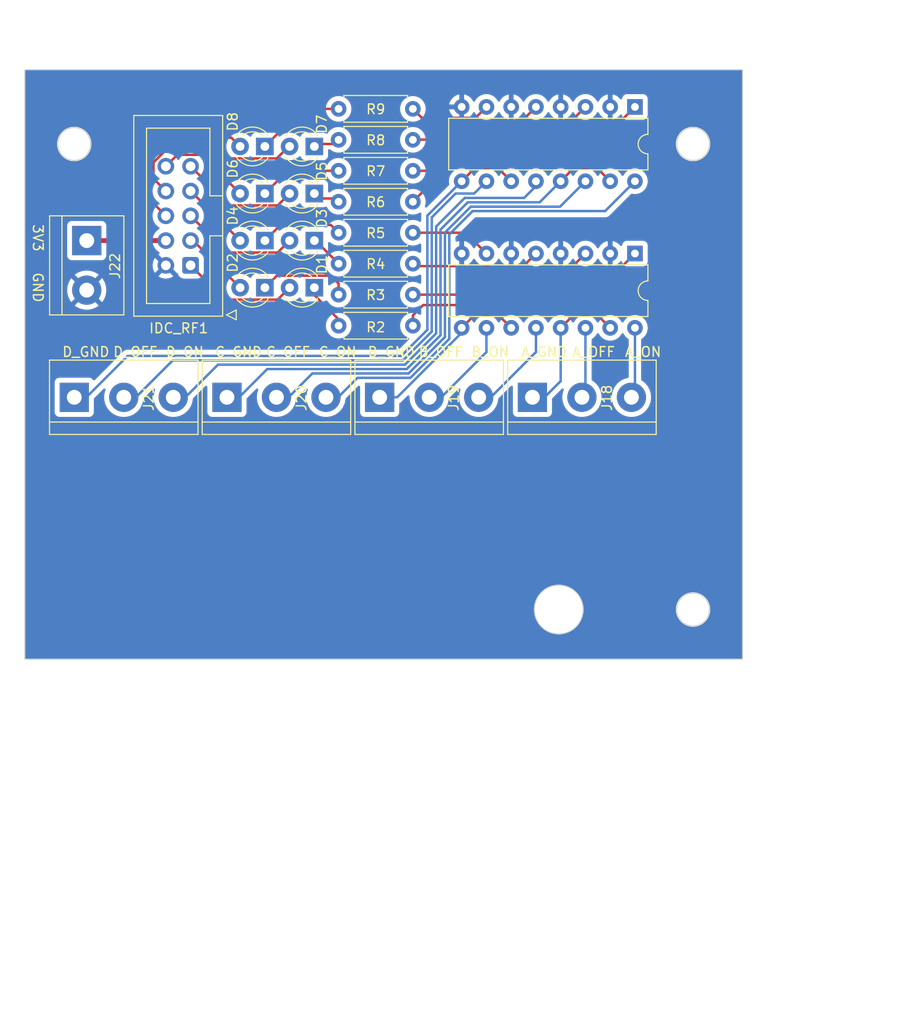
<source format=kicad_pcb>
(kicad_pcb (version 20221018) (generator pcbnew)
  (title_block (title "Control Panel Faceplate IO Breakout Board") (rev "0"))
  (layers (0 "F.Cu" signal) (31 "B.Cu" signal) (34 "B.Paste" user) (35 "F.Paste" user) (36 "B.SilkS" user "B.Silkscreen") (37 "F.SilkS" user "F.Silkscreen") (38 "B.Mask" user) (39 "F.Mask" user) (44 "Edge.Cuts" user))
  (net 0 "")
  (net 1 "Net-(D1-K)")
  (net 2 "/3V3")
  (net 3 "/GND")
  (net 4 "Net-(D2-K)")
  (net 5 "Net-(D3-K)")
  (net 6 "Net-(D4-K)")
  (net 7 "Net-(D5-K)")
  (net 8 "Net-(D6-K)")
  (net 9 "Net-(D7-K)")
  (net 10 "Net-(J21-Pin_3)")
  (net 11 "Net-(D8-K)")
  (net 12 "/A_ON")
  (net 13 "/A_OFF")
  (net 14 "Net-(J21-Pin_2)")
  (net 15 "Net-(J21-Pin_1)")
  (net 16 "Net-(J18-Pin_1)")
  (net 17 "Net-(J18-Pin_2)")
  (net 18 "Net-(J18-Pin_3)")
  (net 19 "Net-(J19-Pin_1)")
  (net 20 "Net-(J19-Pin_2)")
  (net 21 "Net-(J19-Pin_3)")
  (net 22 "Net-(J20-Pin_1)")
  (net 23 "Net-(J20-Pin_2)")
  (net 24 "Net-(J20-Pin_3)")
  (net 25 "Net-(R2-Pad1)")
  (net 26 "Net-(R3-Pad1)")
  (net 27 "Net-(R4-Pad1)")
  (net 28 "Net-(R7-Pad1)")
  (net 29 "Net-(R8-Pad1)")
  (net 30 "Net-(R5-Pad1)")
  (net 31 "Net-(R6-Pad1)")
  (net 32 "Net-(R9-Pad1)")
  (net 33 "/B_ON")
  (net 34 "/B_OFF")
  (net 35 "/C_ON")
  (net 36 "/C_OFF")
  (net 37 "/D_ON")
  (net 38 "/D_OFF")
  (footprint "LED_THT:LED_D3.0mm" (layer "F.Cu") (at 16.002 7.62 180)
    (fp_text reference "D8" (at 3.302 2.54 90) (layer "F.SilkS"))
    (fp_text value "LED-OFF")
    (fp_line (start -0.29 -1.236) (end -0.29 -1.08) (stroke (width 0.12)) (layer "F.SilkS"))
    (fp_line (start -0.29 1.08) (end -0.29 1.236) (stroke (width 0.12)) (layer "F.SilkS"))
    (fp_arc (start -0.29 -1.235516) (mid 1.366487 -1.987659) (end 2.942335 -1.078608) (stroke (width 0.12)) (layer "F.SilkS"))
    (fp_arc (start 0.229039 -1.08) (mid 1.270117 -1.5) (end 2.31113 -1.079837) (stroke (width 0.12)) (layer "F.SilkS"))
    (fp_arc (start 2.31113 1.079837) (mid 1.270117 1.5) (end 0.229039 1.08) (stroke (width 0.12)) (layer "F.SilkS"))
    (fp_arc (start 2.942335 1.078608) (mid 1.366487 1.987659) (end -0.29 1.235516) (stroke (width 0.12)) (layer "F.SilkS"))
    (pad "1" thru_hole rect (at 0 0 180) (size 1.8 1.8) (drill 0.9) (layers "*.Cu" "*.Mask") (net 11 "Net-(D8-K)"))
    (pad "2" thru_hole circle (at 2.54 0 180) (size 1.8 1.8) (drill 0.9) (layers "*.Cu" "*.Mask") (net 38 "/D_OFF"))
  )
  (footprint "Resistor_THT:R_Axial_DIN0207_L6.3mm_D2.5mm_P7.62mm_Horizontal" (layer "F.Cu") (at 31.1912 3.764 180)
    (fp_text reference "R9" (at 3.81 -0.046) (layer "F.SilkS"))
    (fp_text value "330R")
    (fp_line (start 0.54 -1.37) (end 7.08 -1.37) (stroke (width 0.12)) (layer "F.SilkS"))
    (fp_line (start 0.54 -1.04) (end 0.54 -1.37) (stroke (width 0.12)) (layer "F.SilkS"))
    (fp_line (start 0.54 1.04) (end 0.54 1.37) (stroke (width 0.12)) (layer "F.SilkS"))
    (fp_line (start 0.54 1.37) (end 7.08 1.37) (stroke (width 0.12)) (layer "F.SilkS"))
    (fp_line (start 7.08 -1.37) (end 7.08 -1.04) (stroke (width 0.12)) (layer "F.SilkS"))
    (fp_line (start 7.08 1.37) (end 7.08 1.04) (stroke (width 0.12)) (layer "F.SilkS"))
    (pad "1" thru_hole circle (at 0 0 180) (size 1.6 1.6) (drill 0.8) (layers "*.Cu" "*.Mask") (net 32 "Net-(R9-Pad1)"))
    (pad "2" thru_hole oval (at 7.62 0 180) (size 1.6 1.6) (drill 0.8) (layers "*.Cu" "*.Mask") (net 11 "Net-(D8-K)"))
  )
  (footprint "LED_THT:LED_D3.0mm" (layer "F.Cu") (at 21.082 12.446 180)
    (fp_text reference "D5" (at -0.762 2.286 90) (layer "F.SilkS"))
    (fp_text value "LED-ON")
    (fp_line (start -0.29 -1.236) (end -0.29 -1.08) (stroke (width 0.12)) (layer "F.SilkS"))
    (fp_line (start -0.29 1.08) (end -0.29 1.236) (stroke (width 0.12)) (layer "F.SilkS"))
    (fp_arc (start -0.29 -1.235516) (mid 1.366487 -1.987659) (end 2.942335 -1.078608) (stroke (width 0.12)) (layer "F.SilkS"))
    (fp_arc (start 0.229039 -1.08) (mid 1.270117 -1.5) (end 2.31113 -1.079837) (stroke (width 0.12)) (layer "F.SilkS"))
    (fp_arc (start 2.31113 1.079837) (mid 1.270117 1.5) (end 0.229039 1.08) (stroke (width 0.12)) (layer "F.SilkS"))
    (fp_arc (start 2.942335 1.078608) (mid 1.366487 1.987659) (end -0.29 1.235516) (stroke (width 0.12)) (layer "F.SilkS"))
    (pad "1" thru_hole rect (at 0 0 180) (size 1.8 1.8) (drill 0.9) (layers "*.Cu" "*.Mask") (net 7 "Net-(D5-K)"))
    (pad "2" thru_hole circle (at 2.54 0 180) (size 1.8 1.8) (drill 0.9) (layers "*.Cu" "*.Mask") (net 35 "/C_ON"))
  )
  (footprint "LED_THT:LED_D3.0mm" (layer "F.Cu") (at 16.007 17.272 180)
    (fp_text reference "D4" (at 3.302 2.54 90) (layer "F.SilkS"))
    (fp_text value "LED-OFF")
    (fp_line (start -0.29 -1.236) (end -0.29 -1.08) (stroke (width 0.12)) (layer "F.SilkS"))
    (fp_line (start -0.29 1.08) (end -0.29 1.236) (stroke (width 0.12)) (layer "F.SilkS"))
    (fp_arc (start -0.29 -1.235516) (mid 1.366487 -1.987659) (end 2.942335 -1.078608) (stroke (width 0.12)) (layer "F.SilkS"))
    (fp_arc (start 0.229039 -1.08) (mid 1.270117 -1.5) (end 2.31113 -1.079837) (stroke (width 0.12)) (layer "F.SilkS"))
    (fp_arc (start 2.31113 1.079837) (mid 1.270117 1.5) (end 0.229039 1.08) (stroke (width 0.12)) (layer "F.SilkS"))
    (fp_arc (start 2.942335 1.078608) (mid 1.366487 1.987659) (end -0.29 1.235516) (stroke (width 0.12)) (layer "F.SilkS"))
    (pad "1" thru_hole rect (at 0 0 180) (size 1.8 1.8) (drill 0.9) (layers "*.Cu" "*.Mask") (net 6 "Net-(D4-K)"))
    (pad "2" thru_hole circle (at 2.54 0 180) (size 1.8 1.8) (drill 0.9) (layers "*.Cu" "*.Mask") (net 34 "/B_OFF"))
  )
  (footprint "Connector_IDC:IDC-Header_2x05_P2.54mm_Vertical" (layer "F.Cu") (at 8.382 19.812 180)
    (fp_text reference "IDC_RF1" (at 1.2184 -6.450525) (layer "F.SilkS"))
    (fp_text value "IDC_SW")
    (fp_line (start -4.68 -5.58) (end -4.68 -4.58) (stroke (width 0.12)) (layer "F.SilkS"))
    (fp_line (start -4.68 -4.58) (end -3.68 -5.08) (stroke (width 0.12)) (layer "F.SilkS"))
    (fp_line (start -3.68 -5.08) (end -4.68 -5.58) (stroke (width 0.12)) (layer "F.SilkS"))
    (fp_line (start -3.29 -5.21) (end 5.83 -5.21) (stroke (width 0.12)) (layer "F.SilkS"))
    (fp_line (start -3.29 3.03) (end -1.98 3.03) (stroke (width 0.12)) (layer "F.SilkS"))
    (fp_line (start -3.29 15.37) (end -3.29 -5.21) (stroke (width 0.12)) (layer "F.SilkS"))
    (fp_line (start -1.98 -3.91) (end 4.52 -3.91) (stroke (width 0.12)) (layer "F.SilkS"))
    (fp_line (start -1.98 3.03) (end -1.98 -3.91) (stroke (width 0.12)) (layer "F.SilkS"))
    (fp_line (start -1.98 7.13) (end -3.29 7.13) (stroke (width 0.12)) (layer "F.SilkS"))
    (fp_line (start -1.98 7.13) (end -1.98 7.13) (stroke (width 0.12)) (layer "F.SilkS"))
    (fp_line (start -1.98 14.07) (end -1.98 7.13) (stroke (width 0.12)) (layer "F.SilkS"))
    (fp_line (start 4.52 -3.91) (end 4.52 14.07) (stroke (width 0.12)) (layer "F.SilkS"))
    (fp_line (start 4.52 14.07) (end -1.98 14.07) (stroke (width 0.12)) (layer "F.SilkS"))
    (fp_line (start 5.83 -5.21) (end 5.83 15.37) (stroke (width 0.12)) (layer "F.SilkS"))
    (fp_line (start 5.83 15.37) (end -3.29 15.37) (stroke (width 0.12)) (layer "F.SilkS"))
    (pad "1" thru_hole roundrect (at 0 0 180) (size 1.7 1.7) (drill 1) (layers "*.Cu" "*.Mask") (roundrect_rratio 0.1470588235) (net 12 "/A_ON"))
    (pad "2" thru_hole circle (at 2.54 0 180) (size 1.7 1.7) (drill 1) (layers "*.Cu" "*.Mask") (net 3 "/GND"))
    (pad "3" thru_hole circle (at 0 2.54 180) (size 1.7 1.7) (drill 1) (layers "*.Cu" "*.Mask") (net 13 "/A_OFF"))
    (pad "4" thru_hole circle (at 2.54 2.54 180) (size 1.7 1.7) (drill 1) (layers "*.Cu" "*.Mask") (net 2 "/3V3"))
    (pad "5" thru_hole circle (at 0 5.08 180) (size 1.7 1.7) (drill 1) (layers "*.Cu" "*.Mask") (net 33 "/B_ON"))
    (pad "6" thru_hole circle (at 2.54 5.08 180) (size 1.7 1.7) (drill 1) (layers "*.Cu" "*.Mask") (net 38 "/D_OFF"))
    (pad "7" thru_hole circle (at 0 7.62 180) (size 1.7 1.7) (drill 1) (layers "*.Cu" "*.Mask") (net 34 "/B_OFF"))
    (pad "8" thru_hole circle (at 2.54 7.62 180) (size 1.7 1.7) (drill 1) (layers "*.Cu" "*.Mask") (net 37 "/D_ON"))
    (pad "9" thru_hole circle (at 0 10.16 180) (size 1.7 1.7) (drill 1) (layers "*.Cu" "*.Mask") (net 35 "/C_ON"))
    (pad "10" thru_hole circle (at 2.54 10.16 180) (size 1.7 1.7) (drill 1) (layers "*.Cu" "*.Mask") (net 36 "/C_OFF"))
  )
  (footprint "Resistor_THT:R_Axial_DIN0207_L6.3mm_D2.5mm_P7.62mm_Horizontal" (layer "F.Cu") (at 31.1912 22.814 180)
    (fp_text reference "R3" (at 3.81 -0.046) (layer "F.SilkS"))
    (fp_text value "330R")
    (fp_line (start 0.54 -1.37) (end 7.08 -1.37) (stroke (width 0.12)) (layer "F.SilkS"))
    (fp_line (start 0.54 -1.04) (end 0.54 -1.37) (stroke (width 0.12)) (layer "F.SilkS"))
    (fp_line (start 0.54 1.04) (end 0.54 1.37) (stroke (width 0.12)) (layer "F.SilkS"))
    (fp_line (start 0.54 1.37) (end 7.08 1.37) (stroke (width 0.12)) (layer "F.SilkS"))
    (fp_line (start 7.08 -1.37) (end 7.08 -1.04) (stroke (width 0.12)) (layer "F.SilkS"))
    (fp_line (start 7.08 1.37) (end 7.08 1.04) (stroke (width 0.12)) (layer "F.SilkS"))
    (pad "1" thru_hole circle (at 0 0 180) (size 1.6 1.6) (drill 0.8) (layers "*.Cu" "*.Mask") (net 26 "Net-(R3-Pad1)"))
    (pad "2" thru_hole oval (at 7.62 0 180) (size 1.6 1.6) (drill 0.8) (layers "*.Cu" "*.Mask") (net 4 "Net-(D2-K)"))
  )
  (footprint "LED_THT:LED_D3.0mm" (layer "F.Cu") (at 21.082 22.098 180)
    (fp_text reference "D1" (at -0.767 2.37565 90) (layer "F.SilkS"))
    (fp_text value "LED-ON")
    (fp_line (start -0.29 -1.236) (end -0.29 -1.08) (stroke (width 0.12)) (layer "F.SilkS"))
    (fp_line (start -0.29 1.08) (end -0.29 1.236) (stroke (width 0.12)) (layer "F.SilkS"))
    (fp_arc (start -0.29 -1.235516) (mid 1.366487 -1.987659) (end 2.942335 -1.078608) (stroke (width 0.12)) (layer "F.SilkS"))
    (fp_arc (start 0.229039 -1.08) (mid 1.270117 -1.5) (end 2.31113 -1.079837) (stroke (width 0.12)) (layer "F.SilkS"))
    (fp_arc (start 2.31113 1.079837) (mid 1.270117 1.5) (end 0.229039 1.08) (stroke (width 0.12)) (layer "F.SilkS"))
    (fp_arc (start 2.942335 1.078608) (mid 1.366487 1.987659) (end -0.29 1.235516) (stroke (width 0.12)) (layer "F.SilkS"))
    (pad "1" thru_hole rect (at 0 0 180) (size 1.8 1.8) (drill 0.9) (layers "*.Cu" "*.Mask") (net 1 "Net-(D1-K)"))
    (pad "2" thru_hole circle (at 2.54 0 180) (size 1.8 1.8) (drill 0.9) (layers "*.Cu" "*.Mask") (net 12 "/A_ON"))
  )
  (footprint "Package_DIP:DIP-16_W7.62mm" (layer "F.Cu") (at 53.9812 18.59765 -90)
    (fp_text reference "U2" hide)
    (fp_text value "LTV-847")
    (fp_line (start 1.16 -1.33) (end 1.16 19.11) (stroke (width 0.12)) (layer "F.SilkS"))
    (fp_line (start 1.16 19.11) (end 6.46 19.11) (stroke (width 0.12)) (layer "F.SilkS"))
    (fp_line (start 2.81 -1.33) (end 1.16 -1.33) (stroke (width 0.12)) (layer "F.SilkS"))
    (fp_line (start 6.46 -1.33) (end 4.81 -1.33) (stroke (width 0.12)) (layer "F.SilkS"))
    (fp_line (start 6.46 19.11) (end 6.46 -1.33) (stroke (width 0.12)) (layer "F.SilkS"))
    (fp_arc (start 4.81 -1.33) (mid 3.81 -0.33) (end 2.81 -1.33) (stroke (width 0.12)) (layer "F.SilkS"))
    (pad "1" thru_hole rect (at 0 0 270) (size 1.6 1.6) (drill 0.8) (layers "*.Cu" "*.Mask") (net 25 "Net-(R2-Pad1)"))
    (pad "2" thru_hole oval (at 0 2.54 270) (size 1.6 1.6) (drill 0.8) (layers "*.Cu" "*.Mask") (net 3 "/GND"))
    (pad "3" thru_hole oval (at 0 5.08 270) (size 1.6 1.6) (drill 0.8) (layers "*.Cu" "*.Mask") (net 26 "Net-(R3-Pad1)"))
    (pad "4" thru_hole oval (at 0 7.62 270) (size 1.6 1.6) (drill 0.8) (layers "*.Cu" "*.Mask") (net 3 "/GND"))
    (pad "5" thru_hole oval (at 0 10.16 270) (size 1.6 1.6) (drill 0.8) (layers "*.Cu" "*.Mask") (net 27 "Net-(R4-Pad1)"))
    (pad "6" thru_hole oval (at 0 12.7 270) (size 1.6 1.6) (drill 0.8) (layers "*.Cu" "*.Mask") (net 3 "/GND"))
    (pad "7" thru_hole oval (at 0 15.24 270) (size 1.6 1.6) (drill 0.8) (layers "*.Cu" "*.Mask") (net 30 "Net-(R5-Pad1)"))
    (pad "8" thru_hole oval (at 0 17.78 270) (size 1.6 1.6) (drill 0.8) (layers "*.Cu" "*.Mask") (net 3 "/GND"))
    (pad "9" thru_hole oval (at 7.62 17.78 270) (size 1.6 1.6) (drill 0.8) (layers "*.Cu" "*.Mask") (net 19 "Net-(J19-Pin_1)"))
    (pad "10" thru_hole oval (at 7.62 15.24 270) (size 1.6 1.6) (drill 0.8) (layers "*.Cu" "*.Mask") (net 20 "Net-(J19-Pin_2)"))
    (pad "11" thru_hole oval (at 7.62 12.7 270) (size 1.6 1.6) (drill 0.8) (layers "*.Cu" "*.Mask") (net 19 "Net-(J19-Pin_1)"))
    (pad "12" thru_hole oval (at 7.62 10.16 270) (size 1.6 1.6) (drill 0.8) (layers "*.Cu" "*.Mask") (net 21 "Net-(J19-Pin_3)"))
    (pad "13" thru_hole oval (at 7.62 7.62 270) (size 1.6 1.6) (drill 0.8) (layers "*.Cu" "*.Mask") (net 16 "Net-(J18-Pin_1)"))
    (pad "14" thru_hole oval (at 7.62 5.08 270) (size 1.6 1.6) (drill 0.8) (layers "*.Cu" "*.Mask") (net 17 "Net-(J18-Pin_2)"))
    (pad "15" thru_hole oval (at 7.62 2.54 270) (size 1.6 1.6) (drill 0.8) (layers "*.Cu" "*.Mask") (net 16 "Net-(J18-Pin_1)"))
    (pad "16" thru_hole oval (at 7.62 0 270) (size 1.6 1.6) (drill 0.8) (layers "*.Cu" "*.Mask") (net 18 "Net-(J18-Pin_3)"))
  )
  (footprint "LED_THT:LED_D3.0mm" (layer "F.Cu") (at 16.007 22.098 180)
    (fp_text reference "D2" (at 3.307 2.54 90) (layer "F.SilkS"))
    (fp_text value "LED-OFF")
    (fp_line (start -0.29 -1.236) (end -0.29 -1.08) (stroke (width 0.12)) (layer "F.SilkS"))
    (fp_line (start -0.29 1.08) (end -0.29 1.236) (stroke (width 0.12)) (layer "F.SilkS"))
    (fp_arc (start -0.29 -1.235516) (mid 1.366487 -1.987659) (end 2.942335 -1.078608) (stroke (width 0.12)) (layer "F.SilkS"))
    (fp_arc (start 0.229039 -1.08) (mid 1.270117 -1.5) (end 2.31113 -1.079837) (stroke (width 0.12)) (layer "F.SilkS"))
    (fp_arc (start 2.31113 1.079837) (mid 1.270117 1.5) (end 0.229039 1.08) (stroke (width 0.12)) (layer "F.SilkS"))
    (fp_arc (start 2.942335 1.078608) (mid 1.366487 1.987659) (end -0.29 1.235516) (stroke (width 0.12)) (layer "F.SilkS"))
    (pad "1" thru_hole rect (at 0 0 180) (size 1.8 1.8) (drill 0.9) (layers "*.Cu" "*.Mask") (net 4 "Net-(D2-K)"))
    (pad "2" thru_hole circle (at 2.54 0 180) (size 1.8 1.8) (drill 0.9) (layers "*.Cu" "*.Mask") (net 13 "/A_OFF"))
  )
  (footprint "Resistor_THT:R_Axial_DIN0207_L6.3mm_D2.5mm_P7.62mm_Horizontal" (layer "F.Cu") (at 31.1912 16.464 180)
    (fp_text reference "R5" (at 3.81 -0.046) (layer "F.SilkS"))
    (fp_text value "330R")
    (fp_line (start 0.54 -1.37) (end 7.08 -1.37) (stroke (width 0.12)) (layer "F.SilkS"))
    (fp_line (start 0.54 -1.04) (end 0.54 -1.37) (stroke (width 0.12)) (layer "F.SilkS"))
    (fp_line (start 0.54 1.04) (end 0.54 1.37) (stroke (width 0.12)) (layer "F.SilkS"))
    (fp_line (start 0.54 1.37) (end 7.08 1.37) (stroke (width 0.12)) (layer "F.SilkS"))
    (fp_line (start 7.08 -1.37) (end 7.08 -1.04) (stroke (width 0.12)) (layer "F.SilkS"))
    (fp_line (start 7.08 1.37) (end 7.08 1.04) (stroke (width 0.12)) (layer "F.SilkS"))
    (pad "1" thru_hole circle (at 0 0 180) (size 1.6 1.6) (drill 0.8) (layers "*.Cu" "*.Mask") (net 30 "Net-(R5-Pad1)"))
    (pad "2" thru_hole oval (at 7.62 0 180) (size 1.6 1.6) (drill 0.8) (layers "*.Cu" "*.Mask") (net 6 "Net-(D4-K)"))
  )
  (footprint "Resistor_THT:R_Axial_DIN0207_L6.3mm_D2.5mm_P7.62mm_Horizontal" (layer "F.Cu") (at 31.1912 10.114 180)
    (fp_text reference "R7" (at 3.81 -0.046) (layer "F.SilkS"))
    (fp_text value "330R")
    (fp_line (start 0.54 -1.37) (end 7.08 -1.37) (stroke (width 0.12)) (layer "F.SilkS"))
    (fp_line (start 0.54 -1.04) (end 0.54 -1.37) (stroke (width 0.12)) (layer "F.SilkS"))
    (fp_line (start 0.54 1.04) (end 0.54 1.37) (stroke (width 0.12)) (layer "F.SilkS"))
    (fp_line (start 0.54 1.37) (end 7.08 1.37) (stroke (width 0.12)) (layer "F.SilkS"))
    (fp_line (start 7.08 -1.37) (end 7.08 -1.04) (stroke (width 0.12)) (layer "F.SilkS"))
    (fp_line (start 7.08 1.37) (end 7.08 1.04) (stroke (width 0.12)) (layer "F.SilkS"))
    (pad "1" thru_hole circle (at 0 0 180) (size 1.6 1.6) (drill 0.8) (layers "*.Cu" "*.Mask") (net 28 "Net-(R7-Pad1)"))
    (pad "2" thru_hole oval (at 7.62 0 180) (size 1.6 1.6) (drill 0.8) (layers "*.Cu" "*.Mask") (net 8 "Net-(D6-K)"))
  )
  (footprint "TerminalBlock:TerminalBlock_bornier-3_P5.08mm" (layer "F.Cu") (at 43.4616 33.338)
    (fp_text reference "J18" (at 7.6432 0.064 90) (layer "F.SilkS"))
    (fp_text value "Screw_Terminal_01x03")
    (fp_line (start -2.54 -3.81) (end 12.7 -3.81) (stroke (width 0.12)) (layer "F.SilkS"))
    (fp_line (start -2.54 2.54) (end 12.7 2.54) (stroke (width 0.12)) (layer "F.SilkS"))
    (fp_line (start -2.54 3.81) (end -2.54 -3.81) (stroke (width 0.12)) (layer "F.SilkS"))
    (fp_line (start -2.54 3.81) (end 12.7 3.81) (stroke (width 0.12)) (layer "F.SilkS"))
    (fp_line (start 12.7 3.81) (end 12.7 -3.81) (stroke (width 0.12)) (layer "F.SilkS"))
    (pad "1" thru_hole rect (at 0 0) (size 3 3) (drill 1.52) (layers "*.Cu" "*.Mask") (net 16 "Net-(J18-Pin_1)"))
    (pad "2" thru_hole circle (at 5.08 0) (size 3 3) (drill 1.52) (layers "*.Cu" "*.Mask") (net 17 "Net-(J18-Pin_2)"))
    (pad "3" thru_hole circle (at 10.16 0) (size 3 3) (drill 1.52) (layers "*.Cu" "*.Mask") (net 18 "Net-(J18-Pin_3)"))
  )
  (footprint "TerminalBlock:TerminalBlock_bornier-2_P5.08mm" (layer "F.Cu") (at -2.276 17.272 -90)
    (fp_text reference "J22" (at 2.6084 -2.9088 -90) (layer "F.SilkS"))
    (fp_text value "Screw_Terminal_01x02")
    (fp_line (start -2.54 -3.81) (end -2.54 3.81) (stroke (width 0.12)) (layer "F.SilkS"))
    (fp_line (start -2.54 3.81) (end 7.62 3.81) (stroke (width 0.12)) (layer "F.SilkS"))
    (fp_line (start 7.62 -3.81) (end -2.54 -3.81) (stroke (width 0.12)) (layer "F.SilkS"))
    (fp_line (start 7.62 2.54) (end -2.54 2.54) (stroke (width 0.12)) (layer "F.SilkS"))
    (fp_line (start 7.62 3.81) (end 7.62 -3.81) (stroke (width 0.12)) (layer "F.SilkS"))
    (pad "1" thru_hole rect (at 0 0 270) (size 3 3) (drill 1.52) (layers "*.Cu" "*.Mask") (net 2 "/3V3"))
    (pad "2" thru_hole circle (at 5.08 0 270) (size 3 3) (drill 1.52) (layers "*.Cu" "*.Mask") (net 3 "/GND"))
  )
  (footprint "Resistor_THT:R_Axial_DIN0207_L6.3mm_D2.5mm_P7.62mm_Horizontal" (layer "F.Cu") (at 31.1912 13.289 180)
    (fp_text reference "R6" (at 3.81 -0.046) (layer "F.SilkS"))
    (fp_text value "330R")
    (fp_line (start 0.54 -1.37) (end 7.08 -1.37) (stroke (width 0.12)) (layer "F.SilkS"))
    (fp_line (start 0.54 -1.04) (end 0.54 -1.37) (stroke (width 0.12)) (layer "F.SilkS"))
    (fp_line (start 0.54 1.04) (end 0.54 1.37) (stroke (width 0.12)) (layer "F.SilkS"))
    (fp_line (start 0.54 1.37) (end 7.08 1.37) (stroke (width 0.12)) (layer "F.SilkS"))
    (fp_line (start 7.08 -1.37) (end 7.08 -1.04) (stroke (width 0.12)) (layer "F.SilkS"))
    (fp_line (start 7.08 1.37) (end 7.08 1.04) (stroke (width 0.12)) (layer "F.SilkS"))
    (pad "1" thru_hole circle (at 0 0 180) (size 1.6 1.6) (drill 0.8) (layers "*.Cu" "*.Mask") (net 31 "Net-(R6-Pad1)"))
    (pad "2" thru_hole oval (at 7.62 0 180) (size 1.6 1.6) (drill 0.8) (layers "*.Cu" "*.Mask") (net 7 "Net-(D5-K)"))
  )
  (footprint "TerminalBlock:TerminalBlock_bornier-3_P5.08mm" (layer "F.Cu") (at -3.556 33.338)
    (fp_text reference "J21" (at 7.6432 0.064 90) (layer "F.SilkS"))
    (fp_text value "Screw_Terminal_01x03")
    (fp_line (start -2.54 -3.81) (end 12.7 -3.81) (stroke (width 0.12)) (layer "F.SilkS"))
    (fp_line (start -2.54 2.54) (end 12.7 2.54) (stroke (width 0.12)) (layer "F.SilkS"))
    (fp_line (start -2.54 3.81) (end -2.54 -3.81) (stroke (width 0.12)) (layer "F.SilkS"))
    (fp_line (start -2.54 3.81) (end 12.7 3.81) (stroke (width 0.12)) (layer "F.SilkS"))
    (fp_line (start 12.7 3.81) (end 12.7 -3.81) (stroke (width 0.12)) (layer "F.SilkS"))
    (pad "1" thru_hole rect (at 0 0) (size 3 3) (drill 1.52) (layers "*.Cu" "*.Mask") (net 15 "Net-(J21-Pin_1)"))
    (pad "2" thru_hole circle (at 5.08 0) (size 3 3) (drill 1.52) (layers "*.Cu" "*.Mask") (net 14 "Net-(J21-Pin_2)"))
    (pad "3" thru_hole circle (at 10.16 0) (size 3 3) (drill 1.52) (layers "*.Cu" "*.Mask") (net 10 "Net-(J21-Pin_3)"))
  )
  (footprint "Package_DIP:DIP-16_W7.62mm" (layer "F.Cu") (at 53.9812 3.566 -90)
    (fp_text reference "U3" hide)
    (fp_text value "LTV-847")
    (fp_line (start 1.16 -1.33) (end 1.16 19.11) (stroke (width 0.12)) (layer "F.SilkS"))
    (fp_line (start 1.16 19.11) (end 6.46 19.11) (stroke (width 0.12)) (layer "F.SilkS"))
    (fp_line (start 2.81 -1.33) (end 1.16 -1.33) (stroke (width 0.12)) (layer "F.SilkS"))
    (fp_line (start 6.46 -1.33) (end 4.81 -1.33) (stroke (width 0.12)) (layer "F.SilkS"))
    (fp_line (start 6.46 19.11) (end 6.46 -1.33) (stroke (width 0.12)) (layer "F.SilkS"))
    (fp_arc (start 4.81 -1.33) (mid 3.81 -0.33) (end 2.81 -1.33) (stroke (width 0.12)) (layer "F.SilkS"))
    (pad "1" thru_hole rect (at 0 0 270) (size 1.6 1.6) (drill 0.8) (layers "*.Cu" "*.Mask") (net 31 "Net-(R6-Pad1)"))
    (pad "2" thru_hole oval (at 0 2.54 270) (size 1.6 1.6) (drill 0.8) (layers "*.Cu" "*.Mask") (net 3 "/GND"))
    (pad "3" thru_hole oval (at 0 5.08 270) (size 1.6 1.6) (drill 0.8) (layers "*.Cu" "*.Mask") (net 28 "Net-(R7-Pad1)"))
    (pad "4" thru_hole oval (at 0 7.62 270) (size 1.6 1.6) (drill 0.8) (layers "*.Cu" "*.Mask") (net 3 "/GND"))
    (pad "5" thru_hole oval (at 0 10.16 270) (size 1.6 1.6) (drill 0.8) (layers "*.Cu" "*.Mask") (net 29 "Net-(R8-Pad1)"))
    (pad "6" thru_hole oval (at 0 12.7 270) (size 1.6 1.6) (drill 0.8) (layers "*.Cu" "*.Mask") (net 3 "/GND"))
    (pad "7" thru_hole oval (at 0 15.24 270) (size 1.6 1.6) (drill 0.8) (layers "*.Cu" "*.Mask") (net 32 "Net-(R9-Pad1)"))
    (pad "8" thru_hole oval (at 0 17.78 270) (size 1.6 1.6) (drill 0.8) (layers "*.Cu" "*.Mask") (net 3 "/GND"))
    (pad "9" thru_hole oval (at 7.62 17.78 270) (size 1.6 1.6) (drill 0.8) (layers "*.Cu" "*.Mask") (net 15 "Net-(J21-Pin_1)"))
    (pad "10" thru_hole oval (at 7.62 15.24 270) (size 1.6 1.6) (drill 0.8) (layers "*.Cu" "*.Mask") (net 14 "Net-(J21-Pin_2)"))
    (pad "11" thru_hole oval (at 7.62 12.7 270) (size 1.6 1.6) (drill 0.8) (layers "*.Cu" "*.Mask") (net 15 "Net-(J21-Pin_1)"))
    (pad "12" thru_hole oval (at 7.62 10.16 270) (size 1.6 1.6) (drill 0.8) (layers "*.Cu" "*.Mask") (net 10 "Net-(J21-Pin_3)"))
    (pad "13" thru_hole oval (at 7.62 7.62 270) (size 1.6 1.6) (drill 0.8) (layers "*.Cu" "*.Mask") (net 22 "Net-(J20-Pin_1)"))
    (pad "14" thru_hole oval (at 7.62 5.08 270) (size 1.6 1.6) (drill 0.8) (layers "*.Cu" "*.Mask") (net 23 "Net-(J20-Pin_2)"))
    (pad "15" thru_hole oval (at 7.62 2.54 270) (size 1.6 1.6) (drill 0.8) (layers "*.Cu" "*.Mask") (net 22 "Net-(J20-Pin_1)"))
    (pad "16" thru_hole oval (at 7.62 0 270) (size 1.6 1.6) (drill 0.8) (layers "*.Cu" "*.Mask") (net 24 "Net-(J20-Pin_3)"))
  )
  (footprint "Resistor_THT:R_Axial_DIN0207_L6.3mm_D2.5mm_P7.62mm_Horizontal" (layer "F.Cu") (at 31.1912 6.939 180)
    (fp_text reference "R8" (at 3.81 -0.046) (layer "F.SilkS"))
    (fp_text value "330R")
    (fp_line (start 0.54 -1.37) (end 7.08 -1.37) (stroke (width 0.12)) (layer "F.SilkS"))
    (fp_line (start 0.54 -1.04) (end 0.54 -1.37) (stroke (width 0.12)) (layer "F.SilkS"))
    (fp_line (start 0.54 1.04) (end 0.54 1.37) (stroke (width 0.12)) (layer "F.SilkS"))
    (fp_line (start 0.54 1.37) (end 7.08 1.37) (stroke (width 0.12)) (layer "F.SilkS"))
    (fp_line (start 7.08 -1.37) (end 7.08 -1.04) (stroke (width 0.12)) (layer "F.SilkS"))
    (fp_line (start 7.08 1.37) (end 7.08 1.04) (stroke (width 0.12)) (layer "F.SilkS"))
    (pad "1" thru_hole circle (at 0 0 180) (size 1.6 1.6) (drill 0.8) (layers "*.Cu" "*.Mask") (net 29 "Net-(R8-Pad1)"))
    (pad "2" thru_hole oval (at 7.62 0 180) (size 1.6 1.6) (drill 0.8) (layers "*.Cu" "*.Mask") (net 9 "Net-(D7-K)"))
  )
  (footprint "Resistor_THT:R_Axial_DIN0207_L6.3mm_D2.5mm_P7.62mm_Horizontal" (layer "F.Cu") (at 31.1912 19.639 180)
    (fp_text reference "R4" (at 3.81 -0.046) (layer "F.SilkS"))
    (fp_text value "330R")
    (fp_line (start 0.54 -1.37) (end 7.08 -1.37) (stroke (width 0.12)) (layer "F.SilkS"))
    (fp_line (start 0.54 -1.04) (end 0.54 -1.37) (stroke (width 0.12)) (layer "F.SilkS"))
    (fp_line (start 0.54 1.04) (end 0.54 1.37) (stroke (width 0.12)) (layer "F.SilkS"))
    (fp_line (start 0.54 1.37) (end 7.08 1.37) (stroke (width 0.12)) (layer "F.SilkS"))
    (fp_line (start 7.08 -1.37) (end 7.08 -1.04) (stroke (width 0.12)) (layer "F.SilkS"))
    (fp_line (start 7.08 1.37) (end 7.08 1.04) (stroke (width 0.12)) (layer "F.SilkS"))
    (pad "1" thru_hole circle (at 0 0 180) (size 1.6 1.6) (drill 0.8) (layers "*.Cu" "*.Mask") (net 27 "Net-(R4-Pad1)"))
    (pad "2" thru_hole oval (at 7.62 0 180) (size 1.6 1.6) (drill 0.8) (layers "*.Cu" "*.Mask") (net 5 "Net-(D3-K)"))
  )
  (footprint "LED_THT:LED_D3.0mm" (layer "F.Cu") (at 16.002 12.446 180)
    (fp_text reference "D6" (at 3.302 2.54 90) (layer "F.SilkS"))
    (fp_text value "LED-OFF")
    (fp_line (start -0.29 -1.236) (end -0.29 -1.08) (stroke (width 0.12)) (layer "F.SilkS"))
    (fp_line (start -0.29 1.08) (end -0.29 1.236) (stroke (width 0.12)) (layer "F.SilkS"))
    (fp_arc (start -0.29 -1.235516) (mid 1.366487 -1.987659) (end 2.942335 -1.078608) (stroke (width 0.12)) (layer "F.SilkS"))
    (fp_arc (start 0.229039 -1.08) (mid 1.270117 -1.5) (end 2.31113 -1.079837) (stroke (width 0.12)) (layer "F.SilkS"))
    (fp_arc (start 2.31113 1.079837) (mid 1.270117 1.5) (end 0.229039 1.08) (stroke (width 0.12)) (layer "F.SilkS"))
    (fp_arc (start 2.942335 1.078608) (mid 1.366487 1.987659) (end -0.29 1.235516) (stroke (width 0.12)) (layer "F.SilkS"))
    (pad "1" thru_hole rect (at 0 0 180) (size 1.8 1.8) (drill 0.9) (layers "*.Cu" "*.Mask") (net 8 "Net-(D6-K)"))
    (pad "2" thru_hole circle (at 2.54 0 180) (size 1.8 1.8) (drill 0.9) (layers "*.Cu" "*.Mask") (net 36 "/C_OFF"))
  )
  (footprint "TerminalBlock:TerminalBlock_bornier-3_P5.08mm" (layer "F.Cu") (at 12.1136 33.338)
    (fp_text reference "J20" (at 7.6432 0.064 90) (layer "F.SilkS"))
    (fp_text value "Screw_Terminal_01x03")
    (fp_line (start -2.54 -3.81) (end 12.7 -3.81) (stroke (width 0.12)) (layer "F.SilkS"))
    (fp_line (start -2.54 2.54) (end 12.7 2.54) (stroke (width 0.12)) (layer "F.SilkS"))
    (fp_line (start -2.54 3.81) (end -2.54 -3.81) (stroke (width 0.12)) (layer "F.SilkS"))
    (fp_line (start -2.54 3.81) (end 12.7 3.81) (stroke (width 0.12)) (layer "F.SilkS"))
    (fp_line (start 12.7 3.81) (end 12.7 -3.81) (stroke (width 0.12)) (layer "F.SilkS"))
    (pad "1" thru_hole rect (at 0 0) (size 3 3) (drill 1.52) (layers "*.Cu" "*.Mask") (net 22 "Net-(J20-Pin_1)"))
    (pad "2" thru_hole circle (at 5.08 0) (size 3 3) (drill 1.52) (layers "*.Cu" "*.Mask") (net 23 "Net-(J20-Pin_2)"))
    (pad "3" thru_hole circle (at 10.16 0) (size 3 3) (drill 1.52) (layers "*.Cu" "*.Mask") (net 24 "Net-(J20-Pin_3)"))
  )
  (footprint "Resistor_THT:R_Axial_DIN0207_L6.3mm_D2.5mm_P7.62mm_Horizontal" (layer "F.Cu") (at 31.1966 25.99765 180)
    (fp_text reference "R2" (at 3.81 -0.16435) (layer "F.SilkS"))
    (fp_text value "330R")
    (fp_line (start 0.54 -1.37) (end 7.08 -1.37) (stroke (width 0.12)) (layer "F.SilkS"))
    (fp_line (start 0.54 -1.04) (end 0.54 -1.37) (stroke (width 0.12)) (layer "F.SilkS"))
    (fp_line (start 0.54 1.04) (end 0.54 1.37) (stroke (width 0.12)) (layer "F.SilkS"))
    (fp_line (start 0.54 1.37) (end 7.08 1.37) (stroke (width 0.12)) (layer "F.SilkS"))
    (fp_line (start 7.08 -1.37) (end 7.08 -1.04) (stroke (width 0.12)) (layer "F.SilkS"))
    (fp_line (start 7.08 1.37) (end 7.08 1.04) (stroke (width 0.12)) (layer "F.SilkS"))
    (pad "1" thru_hole circle (at 0 0 180) (size 1.6 1.6) (drill 0.8) (layers "*.Cu" "*.Mask") (net 25 "Net-(R2-Pad1)"))
    (pad "2" thru_hole oval (at 7.62 0 180) (size 1.6 1.6) (drill 0.8) (layers "*.Cu" "*.Mask") (net 1 "Net-(D1-K)"))
  )
  (footprint "TerminalBlock:TerminalBlock_bornier-3_P5.08mm" (layer "F.Cu") (at 27.7854 33.338)
    (fp_text reference "J19" (at 7.5946 0.064 90) (layer "F.SilkS"))
    (fp_text value "Screw_Terminal_01x03")
    (fp_line (start -2.54 -3.81) (end 12.7 -3.81) (stroke (width 0.12)) (layer "F.SilkS"))
    (fp_line (start -2.54 2.54) (end 12.7 2.54) (stroke (width 0.12)) (layer "F.SilkS"))
    (fp_line (start -2.54 3.81) (end -2.54 -3.81) (stroke (width 0.12)) (layer "F.SilkS"))
    (fp_line (start -2.54 3.81) (end 12.7 3.81) (stroke (width 0.12)) (layer "F.SilkS"))
    (fp_line (start 12.7 3.81) (end 12.7 -3.81) (stroke (width 0.12)) (layer "F.SilkS"))
    (pad "1" thru_hole rect (at 0 0) (size 3 3) (drill 1.52) (layers "*.Cu" "*.Mask") (net 19 "Net-(J19-Pin_1)"))
    (pad "2" thru_hole circle (at 5.08 0) (size 3 3) (drill 1.52) (layers "*.Cu" "*.Mask") (net 20 "Net-(J19-Pin_2)"))
    (pad "3" thru_hole circle (at 10.16 0) (size 3 3) (drill 1.52) (layers "*.Cu" "*.Mask") (net 21 "Net-(J19-Pin_3)"))
  )
  (footprint "LED_THT:LED_D3.0mm" (layer "F.Cu") (at 21.082 7.62 180)
    (fp_text reference "D7" (at -0.762 2.286 90) (layer "F.SilkS"))
    (fp_text value "LED-ON")
    (fp_line (start -0.29 -1.236) (end -0.29 -1.08) (stroke (width 0.12)) (layer "F.SilkS"))
    (fp_line (start -0.29 1.08) (end -0.29 1.236) (stroke (width 0.12)) (layer "F.SilkS"))
    (fp_arc (start -0.29 -1.235516) (mid 1.366487 -1.987659) (end 2.942335 -1.078608) (stroke (width 0.12)) (layer "F.SilkS"))
    (fp_arc (start 0.229039 -1.08) (mid 1.270117 -1.5) (end 2.31113 -1.079837) (stroke (width 0.12)) (layer "F.SilkS"))
    (fp_arc (start 2.31113 1.079837) (mid 1.270117 1.5) (end 0.229039 1.08) (stroke (width 0.12)) (layer "F.SilkS"))
    (fp_arc (start 2.942335 1.078608) (mid 1.366487 1.987659) (end -0.29 1.235516) (stroke (width 0.12)) (layer "F.SilkS"))
    (pad "1" thru_hole rect (at 0 0 180) (size 1.8 1.8) (drill 0.9) (layers "*.Cu" "*.Mask") (net 9 "Net-(D7-K)"))
    (pad "2" thru_hole circle (at 2.54 0 180) (size 1.8 1.8) (drill 0.9) (layers "*.Cu" "*.Mask") (net 37 "/D_ON"))
  )
  (footprint "LED_THT:LED_D3.0mm" (layer "F.Cu") (at 21.082 17.272 180)
    (fp_text reference "D3" (at -0.767 2.286 90) (layer "F.SilkS"))
    (fp_text value "LED-ON")
    (fp_line (start -0.29 -1.236) (end -0.29 -1.08) (stroke (width 0.12)) (layer "F.SilkS"))
    (fp_line (start -0.29 1.08) (end -0.29 1.236) (stroke (width 0.12)) (layer "F.SilkS"))
    (fp_arc (start -0.29 -1.235516) (mid 1.366487 -1.987659) (end 2.942335 -1.078608) (stroke (width 0.12)) (layer "F.SilkS"))
    (fp_arc (start 0.229039 -1.08) (mid 1.270117 -1.5) (end 2.31113 -1.079837) (stroke (width 0.12)) (layer "F.SilkS"))
    (fp_arc (start 2.31113 1.079837) (mid 1.270117 1.5) (end 0.229039 1.08) (stroke (width 0.12)) (layer "F.SilkS"))
    (fp_arc (start 2.942335 1.078608) (mid 1.366487 1.987659) (end -0.29 1.235516) (stroke (width 0.12)) (layer "F.SilkS"))
    (pad "1" thru_hole rect (at 0 0 180) (size 1.8 1.8) (drill 0.9) (layers "*.Cu" "*.Mask") (net 5 "Net-(D3-K)"))
    (pad "2" thru_hole circle (at 2.54 0 180) (size 1.8 1.8) (drill 0.9) (layers "*.Cu" "*.Mask") (net 33 "/B_ON"))
  )
  (gr_circle (center 59.944 55.1004) (end 59.944 56.8004) (stroke (width 0.15)) (fill none) (layer "Edge.Cuts"))
  (gr_circle (center -3.556 7.366) (end -3.556 9.066) (stroke (width 0.15)) (fill none) (layer "Edge.Cuts"))
  (gr_circle (center 46.1616 55.1004) (end 46.1616 57.6004) (stroke (width 0.1)) (fill none) (layer "Edge.Cuts"))
  (gr_circle (center 59.944 7.366) (end 59.944 9.066) (stroke (width 0.15)) (fill none) (layer "Edge.Cuts"))
  (gr_rect (start 65.024 -0.254) (end -8.636 60.198) (stroke (width 0.1)) (fill none) (layer "Edge.Cuts"))
  (gr_text "A_ON" (at 52.858657 29.274) (layer "F.SilkS") (effects (font (size 1 1)) (justify left bottom)))
  (gr_text "C_ON" (at 21.439228 29.274) (layer "F.SilkS") (effects (font (size 1 1)) (justify left bottom)))
  (gr_text "D_GND" (at -4.866562 29.274) (layer "F.SilkS") (effects (font (size 1 1)) (justify left bottom)))
  (gr_text "C_GND" (at 10.803038 29.274) (layer "F.SilkS") (effects (font (size 1 1)) (justify left bottom)))
  (gr_text "D_OFF" (at 0.356295 29.274) (layer "F.SilkS") (effects (font (size 1 1)) (justify left bottom)))
  (gr_text "A_GND" (at 42.222466 29.274) (layer "F.SilkS") (effects (font (size 1 1)) (justify left bottom)))
  (gr_text "C_OFF" (at 16.025895 29.274) (layer "F.SilkS") (effects (font (size 1 1)) (justify left bottom)))
  (gr_text "B_OFF" (at 31.697695 29.274) (layer "F.SilkS") (effects (font (size 1 1)) (justify left bottom)))
  (gr_text "A_OFF" (at 47.445323 29.274) (layer "F.SilkS") (effects (font (size 1 1)) (justify left bottom)))
  (gr_text "B_ON" (at 37.111028 29.274) (layer "F.SilkS") (effects (font (size 1 1)) (justify left bottom)))
  (gr_text "3V3" (at -7.874 15.512048 -90) (layer "F.SilkS") (effects (font (size 1 1)) (justify left bottom)))
  (gr_text "B_GND" (at 26.474838 29.274) (layer "F.SilkS") (effects (font (size 1 1)) (justify left bottom)))
  (gr_text "GND" (at -7.874 20.449191 -90) (layer "F.SilkS") (effects (font (size 1 1)) (justify left bottom)))
  (gr_text "D_ON" (at 5.769628 29.274) (layer "F.SilkS") (effects (font (size 1 1)) (justify left bottom)))
  (segment (start 23.5766 25.99765) (end 23.5766 25.3546) (width 0.25) (layer "F.Cu") (net 1))
  (segment (start 23.5766 25.3546) (end 21.082 22.86) (width 0.25) (layer "F.Cu") (net 1))
  (segment (start 21.082 22.86) (end 21.082 22.098) (width 0.25) (layer "F.Cu") (net 1))
  (segment (start -2.032 17.272) (end 5.842 17.272) (width 0.5) (layer "F.Cu") (net 2))
  (segment (start 17.232 20.873) (end 16.007 22.098) (width 0.25) (layer "F.Cu") (net 4))
  (segment (start 23.5712 22.814) (end 23.5712 21.68263) (width 0.25) (layer "F.Cu") (net 4))
  (segment (start 23.5712 21.68263) (end 22.76157 20.873) (width 0.25) (layer "F.Cu") (net 4))
  (segment (start 22.76157 20.873) (end 17.232 20.873) (width 0.25) (layer "F.Cu") (net 4))
  (segment (start 23.5712 19.639) (end 21.2042 17.272) (width 0.25) (layer "F.Cu") (net 5))
  (segment (start 21.2042 17.272) (end 21.082 17.272) (width 0.25) (layer "F.Cu") (net 5))
  (segment (start 23.5712 16.464) (end 22.771201 15.664001) (width 0.25) (layer "F.Cu") (net 6))
  (segment (start 17.614999 15.664001) (end 16.007 17.272) (width 0.25) (layer "F.Cu") (net 6))
  (segment (start 22.771201 15.664001) (end 17.614999 15.664001) (width 0.25) (layer "F.Cu") (net 6))
  (segment (start 23.2362 12.954) (end 21.59 12.954) (width 0.25) (layer "F.Cu") (net 7))
  (segment (start 21.59 12.954) (end 21.082 12.446) (width 0.25) (layer "F.Cu") (net 7))
  (segment (start 23.5712 13.289) (end 23.2362 12.954) (width 0.25) (layer "F.Cu") (net 7))
  (segment (start 18.334 10.114) (end 16.002 12.446) (width 0.25) (layer "F.Cu") (net 8))
  (segment (start 23.5712 10.114) (end 18.334 10.114) (width 0.25) (layer "F.Cu") (net 8))
  (segment (start 23.5712 6.939) (end 23.1442 7.366) (width 0.25) (layer "F.Cu") (net 9))
  (segment (start 23.1442 7.366) (end 21.336 7.366) (width 0.25) (layer "F.Cu") (net 9))
  (segment (start 21.336 7.366) (end 21.082 7.62) (width 0.25) (layer "F.Cu") (net 9))
  (segment (start 36.5132 12.896) (end 42.6092 12.896) (width 0.25) (layer "B.Cu") (net 10))
  (segment (start 42.6092 12.896) (end 43.8212 11.684) (width 0.25) (layer "B.Cu") (net 10))
  (segment (start 7.8442 33.338) (end 11.1886 29.9936) (width 0.25) (layer "B.Cu") (net 10))
  (segment (start 30.378012 29.9936) (end 33.5812 26.790412) (width 0.25) (layer "B.Cu") (net 10))
  (segment (start 33.5812 15.828) (end 36.5132 12.896) (width 0.25) (layer "B.Cu") (net 10))
  (segment (start 33.5812 26.790412) (end 33.5812 15.828) (width 0.25) (layer "B.Cu") (net 10))
  (segment (start 11.1886 29.9936) (end 30.378012 29.9936) (width 0.25) (layer "B.Cu") (net 10))
  (segment (start 23.5712 3.764) (end 19.858 3.764) (width 0.25) (layer "F.Cu") (net 11))
  (segment (start 19.858 3.764) (end 16.002 7.62) (width 0.25) (layer "F.Cu") (net 11))
  (segment (start 18.542 22.098) (end 17.317 23.323) (width 0.25) (layer "F.Cu") (net 12))
  (segment (start 11.893 23.323) (end 8.382 19.812) (width 0.25) (layer "F.Cu") (net 12))
  (segment (start 17.317 23.323) (end 11.893 23.323) (width 0.25) (layer "F.Cu") (net 12))
  (segment (start 8.641 17.272) (end 8.382 17.272) (width 0.25) (layer "F.Cu") (net 13))
  (segment (start 13.467 22.098) (end 8.641 17.272) (width 0.25) (layer "F.Cu") (net 13))
  (segment (start 6.5586 29.5436) (end 2.7642 33.338) (width 0.25) (layer "B.Cu") (net 14))
  (segment (start 33.1312 14.892396) (end 33.1312 26.604016) (width 0.25) (layer "B.Cu") (net 14))
  (segment (start 30.191616 29.5436) (end 6.5586 29.5436) (width 0.25) (layer "B.Cu") (net 14))
  (segment (start 38.7412 11.186) (end 37.4812 12.446) (width 0.25) (layer "B.Cu") (net 14))
  (segment (start 35.577596 12.446) (end 33.1312 14.892396) (width 0.25) (layer "B.Cu") (net 14))
  (segment (start 33.1312 26.604016) (end 30.191616 29.5436) (width 0.25) (layer "B.Cu") (net 14))
  (segment (start 37.4812 12.446) (end 35.577596 12.446) (width 0.25) (layer "B.Cu") (net 14))
  (segment (start 41.2812 11.186) (end 40.0012 9.906) (width 0.25) (layer "F.Cu") (net 15))
  (segment (start 40.0012 9.906) (end 37.4812 9.906) (width 0.25) (layer "F.Cu") (net 15))
  (segment (start 37.4812 9.906) (end 36.2012 11.186) (width 0.25) (layer "F.Cu") (net 15))
  (segment (start 32.6812 26.41762) (end 32.6812 14.706) (width 0.25) (layer "B.Cu") (net 15))
  (segment (start -2.3158 33.338) (end 1.9286 29.0936) (width 0.25) (layer "B.Cu") (net 15))
  (segment (start 1.9286 29.0936) (end 30.00522 29.0936) (width 0.25) (layer "B.Cu") (net 15))
  (segment (start 32.6812 14.706) (end 36.2012 11.186) (width 0.25) (layer "B.Cu") (net 15))
  (segment (start 30.00522 29.0936) (end 32.6812 26.41762) (width 0.25) (layer "B.Cu") (net 15))
  (segment (start 47.68685 24.892) (end 46.3612 26.21765) (width 0.25) (layer "F.Cu") (net 16))
  (segment (start 50.11555 24.892) (end 47.68685 24.892) (width 0.25) (layer "F.Cu") (net 16))
  (segment (start 51.4412 26.21765) (end 50.11555 24.892) (width 0.25) (layer "F.Cu") (net 16))
  (segment (start 44.7018 33.338) (end 46.3612 31.6786) (width 0.25) (layer "B.Cu") (net 16))
  (segment (start 46.3612 31.6786) (end 46.3612 26.21765) (width 0.25) (layer "B.Cu") (net 16))
  (segment (start 48.9012 32.4574) (end 48.9012 26.21765) (width 0.25) (layer "B.Cu") (net 17))
  (segment (start 53.9812 32.4574) (end 53.9812 26.21765) (width 0.25) (layer "B.Cu") (net 18))
  (segment (start 39.95555 24.892) (end 37.52685 24.892) (width 0.25) (layer "F.Cu") (net 19))
  (segment (start 37.52685 24.892) (end 36.2012 26.21765) (width 0.25) (layer "F.Cu") (net 19))
  (segment (start 41.2812 26.21765) (end 39.95555 24.892) (width 0.25) (layer "F.Cu") (net 19))
  (segment (start 36.2012 26.715996) (end 36.2012 26.21765) (width 0.25) (layer "B.Cu") (net 19))
  (segment (start 29.579196 33.338) (end 36.2012 26.715996) (width 0.25) (layer "B.Cu") (net 19))
  (segment (start 29.0256 33.338) (end 29.579196 33.338) (width 0.25) (layer "B.Cu") (net 19))
  (segment (start 38.7412 28.7024) (end 38.7412 26.21765) (width 0.25) (layer "B.Cu") (net 20))
  (segment (start 34.1056 33.338) (end 38.7412 28.7024) (width 0.25) (layer "B.Cu") (net 20))
  (segment (start 43.8212 28.7024) (end 43.8212 26.21765) (width 0.25) (layer "B.Cu") (net 21))
  (segment (start 39.1856 33.338) (end 43.8212 28.7024) (width 0.25) (layer "B.Cu") (net 21))
  (segment (start 50.1612 9.906) (end 47.6412 9.906) (width 0.25) (layer "F.Cu") (net 22))
  (segment (start 51.4412 11.186) (end 50.1612 9.906) (width 0.25) (layer "F.Cu") (net 22))
  (segment (start 47.6412 9.906) (end 46.3612 11.186) (width 0.25) (layer "F.Cu") (net 22))
  (segment (start 36.8252 13.346) (end 44.2012 13.346) (width 0.25) (layer "B.Cu") (net 22))
  (segment (start 44.2012 13.346) (end 46.3612 11.186) (width 0.25) (layer "B.Cu") (net 22))
  (segment (start 13.3538 33.338) (end 16.2482 30.4436) (width 0.25) (layer "B.Cu") (net 22))
  (segment (start 30.564408 30.4436) (end 34.0312 26.976808) (width 0.25) (layer "B.Cu") (net 22))
  (segment (start 34.0312 26.976808) (end 34.0312 16.14) (width 0.25) (layer "B.Cu") (net 22))
  (segment (start 16.2482 30.4436) (end 30.564408 30.4436) (width 0.25) (layer "B.Cu") (net 22))
  (segment (start 34.0312 16.14) (end 36.8252 13.346) (width 0.25) (layer "B.Cu") (net 22))
  (segment (start 46.2912 13.796) (end 37.1372 13.796) (width 0.25) (layer "B.Cu") (net 23))
  (segment (start 34.4812 16.452) (end 34.4812 27.163204) (width 0.25) (layer "B.Cu") (net 23))
  (segment (start 48.9012 11.186) (end 46.2912 13.796) (width 0.25) (layer "B.Cu") (net 23))
  (segment (start 34.4812 27.163204) (end 30.750804 30.8936) (width 0.25) (layer "B.Cu") (net 23))
  (segment (start 20.8782 30.8936) (end 18.4338 33.338) (width 0.25) (layer "B.Cu") (net 23))
  (segment (start 37.1372 13.796) (end 34.4812 16.452) (width 0.25) (layer "B.Cu") (net 23))
  (segment (start 30.750804 30.8936) (end 20.8782 30.8936) (width 0.25) (layer "B.Cu") (net 23))
  (segment (start 30.9372 31.3436) (end 25.5082 31.3436) (width 0.25) (layer "B.Cu") (net 24))
  (segment (start 34.9312 27.3496) (end 30.9372 31.3436) (width 0.25) (layer "B.Cu") (net 24))
  (segment (start 53.9812 11.186) (end 50.9212 14.246) (width 0.25) (layer "B.Cu") (net 24))
  (segment (start 37.323596 14.246) (end 34.9312 16.638396) (width 0.25) (layer "B.Cu") (net 24))
  (segment (start 25.5082 31.3436) (end 23.5138 33.338) (width 0.25) (layer "B.Cu") (net 24))
  (segment (start 34.9312 16.638396) (end 34.9312 27.3496) (width 0.25) (layer "B.Cu") (net 24))
  (segment (start 50.9212 14.246) (end 37.323596 14.246) (width 0.25) (layer "B.Cu") (net 24))
  (segment (start 31.1966 24.9374) (end 32.254 23.88) (width 0.25) (layer "F.Cu") (net 25))
  (segment (start 32.254 23.88) (end 48.69885 23.88) (width 0.25) (layer "F.Cu") (net 25))
  (segment (start 31.1966 25.99765) (end 31.1966 24.9374) (width 0.25) (layer "F.Cu") (net 25))
  (segment (start 48.69885 23.88) (end 53.9812 18.59765) (width 0.25) (layer "F.Cu") (net 25))
  (segment (start 31.1912 22.814) (end 44.68485 22.814) (width 0.25) (layer "F.Cu") (net 26))
  (segment (start 44.68485 22.814) (end 48.9012 18.59765) (width 0.25) (layer "F.Cu") (net 26))
  (segment (start 42.52985 19.889) (end 43.8212 18.59765) (width 0.25) (layer "F.Cu") (net 27))
  (segment (start 31.1912 19.639) (end 31.4412 19.889) (width 0.25) (layer "F.Cu") (net 27))
  (segment (start 31.4412 19.889) (end 42.52985 19.889) (width 0.25) (layer "F.Cu") (net 27))
  (segment (start 33.729804 10.114) (end 34.837804 9.006) (width 0.25) (layer "F.Cu") (net 28))
  (segment (start 43.4612 9.006) (end 48.9012 3.566) (width 0.25) (layer "F.Cu") (net 28))
  (segment (start 31.1912 10.114) (end 33.729804 10.114) (width 0.25) (layer "F.Cu") (net 28))
  (segment (start 34.837804 9.006) (end 43.4612 9.006) (width 0.25) (layer "F.Cu") (net 28))
  (segment (start 31.2102 6.92) (end 40.4672 6.92) (width 0.25) (layer "F.Cu") (net 29))
  (segment (start 31.1912 6.939) (end 31.2102 6.92) (width 0.25) (layer "F.Cu") (net 29))
  (segment (start 40.4672 6.92) (end 43.8212 3.566) (width 0.25) (layer "F.Cu") (net 29))
  (segment (start 36.60755 16.464) (end 38.7412 18.59765) (width 0.25) (layer "F.Cu") (net 30))
  (segment (start 31.1912 16.464) (end 36.60755 16.464) (width 0.25) (layer "F.Cu") (net 30))
  (segment (start 31.1912 13.289) (end 35.0242 9.456) (width 0.25) (layer "F.Cu") (net 31))
  (segment (start 48.0912 9.456) (end 53.9812 3.566) (width 0.25) (layer "F.Cu") (net 31))
  (segment (start 35.0242 9.456) (end 48.0912 9.456) (width 0.25) (layer "F.Cu") (net 31))
  (segment (start 31.1912 3.764) (end 32.1182 4.691) (width 0.25) (layer "F.Cu") (net 32))
  (segment (start 37.6162 4.691) (end 38.7412 3.566) (width 0.25) (layer "F.Cu") (net 32))
  (segment (start 32.1182 4.691) (end 37.6162 4.691) (width 0.25) (layer "F.Cu") (net 32))
  (segment (start 17.317 18.497) (end 12.147 18.497) (width 0.25) (layer "F.Cu") (net 33))
  (segment (start 18.542 17.272) (end 17.317 18.497) (width 0.25) (layer "F.Cu") (net 33))
  (segment (start 12.147 18.497) (end 8.382 14.732) (width 0.25) (layer "F.Cu") (net 33))
  (segment (start 8.387 12.192) (end 8.382 12.192) (width 0.25) (layer "F.Cu") (net 34))
  (segment (start 13.467 17.272) (end 8.387 12.192) (width 0.25) (layer "F.Cu") (net 34))
  (segment (start 12.401 13.671) (end 8.382 9.652) (width 0.25) (layer "F.Cu") (net 35))
  (segment (start 18.542 12.446) (end 17.317 13.671) (width 0.25) (layer "F.Cu") (net 35))
  (segment (start 17.317 13.671) (end 12.401 13.671) (width 0.25) (layer "F.Cu") (net 35))
  (segment (start 13.462 12.446) (end 9.493 8.477) (width 0.25) (layer "F.Cu") (net 36))
  (segment (start 9.493 8.477) (end 7.017 8.477) (width 0.25) (layer "F.Cu") (net 36))
  (segment (start 7.017 8.477) (end 5.842 9.652) (width 0.25) (layer "F.Cu") (net 36))
  (segment (start 4.572 10.922) (end 5.842 12.192) (width 0.25) (layer "F.Cu") (net 37))
  (segment (start 4.572 9.260299) (end 4.572 10.922) (width 0.25) (layer "F.Cu") (net 37))
  (segment (start 5.805299 8.027) (end 4.572 9.260299) (width 0.25) (layer "F.Cu") (net 37))
  (segment (start 10.497396 8.845) (end 9.679396 8.027) (width 0.25) (layer "F.Cu") (net 37))
  (segment (start 9.679396 8.027) (end 5.805299 8.027) (width 0.25) (layer "F.Cu") (net 37))
  (segment (start 18.452 7.62) (end 17.227 8.845) (width 0.25) (layer "F.Cu") (net 37))
  (segment (start 18.542 7.62) (end 18.452 7.62) (width 0.25) (layer "F.Cu") (net 37))
  (segment (start 17.227 8.845) (end 10.497396 8.845) (width 0.25) (layer "F.Cu") (net 37))
  (segment (start 4.064 9.131903) (end 4.064 12.954) (width 0.25) (layer "F.Cu") (net 38))
  (segment (start 6.475903 6.72) (end 4.064 9.131903) (width 0.25) (layer "F.Cu") (net 38))
  (segment (start 12.562 6.72) (end 6.475903 6.72) (width 0.25) (layer "F.Cu") (net 38))
  (segment (start 13.462 7.62) (end 12.562 6.72) (width 0.25) (layer "F.Cu") (net 38))
  (segment (start 4.064 12.954) (end 5.842 14.732) (width 0.25) (layer "F.Cu") (net 38))
  (zone (net 3) (net_name "/GND") (layer "B.Cu") (priority 3) (connect_pads (clearance 0.508)) (min_thickness 0.25) (fill yes (thermal_gap 0.5) (thermal_bridge_width 0.5))
    (polygon (pts (xy -11.176 63.246) (xy -11.176 -2.794) (xy 67.564 -2.794) (xy 67.564 63.246)))
    (polygon (pts (xy 8.382 17.78) (xy 5.842 17.78) (xy 5.842 19.812) (xy 8.382 19.812)))
  )
)
</source>
